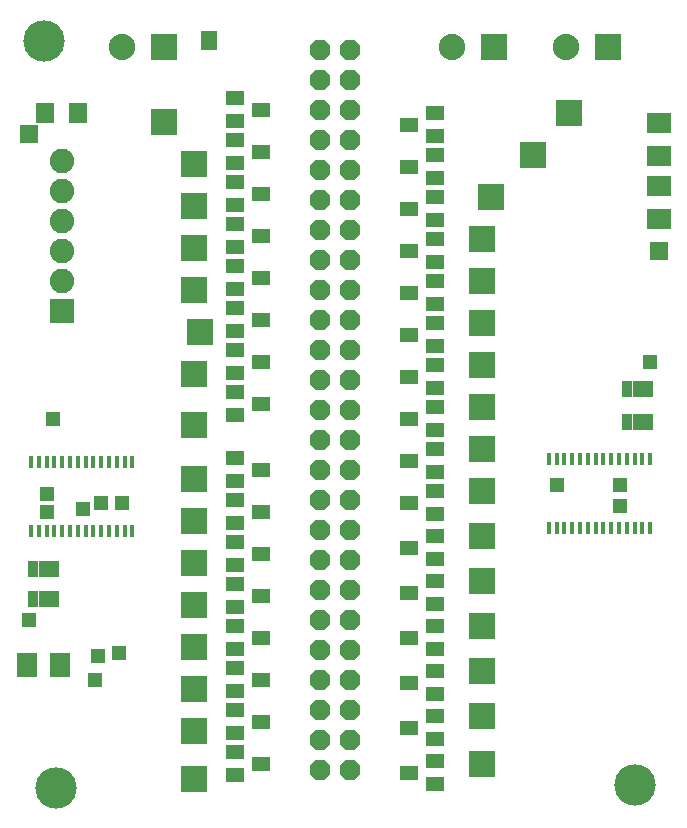
<source format=gts>
G75*
%MOIN*%
%OFA0B0*%
%FSLAX24Y24*%
%IPPOS*%
%LPD*%
%AMOC8*
5,1,8,0,0,1.08239X$1,22.5*
%
%ADD10R,0.0631X0.0710*%
%ADD11R,0.0820X0.0820*%
%ADD12C,0.0820*%
%ADD13OC8,0.0680*%
%ADD14R,0.0880X0.0880*%
%ADD15C,0.0880*%
%ADD16R,0.0790X0.0710*%
%ADD17R,0.0631X0.0474*%
%ADD18R,0.0789X0.0710*%
%ADD19R,0.0710X0.0789*%
%ADD20R,0.0580X0.0330*%
%ADD21R,0.0330X0.0580*%
%ADD22C,0.1380*%
%ADD23R,0.0178X0.0395*%
%ADD24R,0.0907X0.0907*%
%ADD25R,0.0476X0.0476*%
%ADD26R,0.0611X0.0611*%
D10*
X001549Y024300D03*
X002651Y024300D03*
D11*
X002100Y017700D03*
D12*
X002100Y018700D03*
X002100Y019700D03*
X002100Y020700D03*
X002100Y021700D03*
X002100Y022700D03*
D13*
X010700Y022400D03*
X010700Y021400D03*
X010700Y020400D03*
X010700Y019400D03*
X010700Y018400D03*
X010700Y017400D03*
X010700Y016400D03*
X010700Y015400D03*
X010700Y014400D03*
X010700Y013400D03*
X010700Y012400D03*
X010700Y011400D03*
X010700Y010400D03*
X010700Y009400D03*
X010700Y008400D03*
X010700Y007400D03*
X010700Y006400D03*
X010700Y005400D03*
X010700Y004400D03*
X010700Y003400D03*
X010700Y002400D03*
X011700Y002400D03*
X011700Y003400D03*
X011700Y004400D03*
X011700Y005400D03*
X011700Y006400D03*
X011700Y007400D03*
X011700Y008400D03*
X011700Y009400D03*
X011700Y010400D03*
X011700Y011400D03*
X011700Y012400D03*
X011700Y013400D03*
X011700Y014400D03*
X011700Y015400D03*
X011700Y016400D03*
X011700Y017400D03*
X011700Y018400D03*
X011700Y019400D03*
X011700Y020400D03*
X011700Y021400D03*
X011700Y022400D03*
X011700Y023400D03*
X011700Y024400D03*
X011700Y025400D03*
X011700Y026400D03*
X010700Y026400D03*
X010700Y025400D03*
X010700Y024400D03*
X010700Y023400D03*
D14*
X005500Y026500D03*
X016500Y026500D03*
X020300Y026500D03*
D15*
X018922Y026500D03*
X015122Y026500D03*
X004122Y026500D03*
D16*
X022000Y021860D03*
X022000Y020740D03*
D17*
X014533Y020726D03*
X014533Y020074D03*
X014533Y019326D03*
X014533Y018674D03*
X014533Y017926D03*
X014533Y017274D03*
X014533Y016526D03*
X014533Y015874D03*
X014533Y015126D03*
X014533Y014474D03*
X014533Y013726D03*
X014533Y013074D03*
X014533Y012326D03*
X014533Y011674D03*
X014533Y010926D03*
X014533Y010174D03*
X014533Y009426D03*
X014533Y008674D03*
X014533Y007926D03*
X014533Y007174D03*
X014533Y006426D03*
X014533Y005674D03*
X014533Y004926D03*
X014533Y004174D03*
X014533Y003426D03*
X014533Y002674D03*
X014533Y001926D03*
X013667Y002300D03*
X013667Y003800D03*
X013667Y005300D03*
X013667Y006800D03*
X013667Y008300D03*
X013667Y009800D03*
X013667Y011300D03*
X013667Y012700D03*
X013667Y014100D03*
X013667Y015500D03*
X013667Y016900D03*
X013667Y018300D03*
X013667Y019700D03*
X013667Y021100D03*
X014533Y021474D03*
X014533Y022126D03*
X014533Y022874D03*
X014533Y023526D03*
X014533Y024274D03*
X013667Y023900D03*
X013667Y022500D03*
X008733Y023000D03*
X007867Y022626D03*
X007867Y021974D03*
X007867Y021226D03*
X007867Y020574D03*
X007867Y019826D03*
X007867Y019174D03*
X007867Y018426D03*
X007867Y017774D03*
X007867Y017026D03*
X007867Y016374D03*
X007867Y015626D03*
X007867Y014974D03*
X007867Y014226D03*
X008733Y014600D03*
X008733Y016000D03*
X008733Y017400D03*
X008733Y018800D03*
X008733Y020200D03*
X008733Y021600D03*
X007867Y023374D03*
X007867Y024026D03*
X007867Y024774D03*
X008733Y024400D03*
X007867Y012774D03*
X007867Y012026D03*
X007867Y011374D03*
X007867Y010626D03*
X007867Y009974D03*
X007867Y009226D03*
X007867Y008574D03*
X007867Y007826D03*
X007867Y007174D03*
X007867Y006426D03*
X007867Y005774D03*
X007867Y005026D03*
X007867Y004374D03*
X007867Y003626D03*
X007867Y002974D03*
X007867Y002226D03*
X008733Y002600D03*
X008733Y004000D03*
X008733Y005400D03*
X008733Y006800D03*
X008733Y008200D03*
X008733Y009600D03*
X008733Y011000D03*
X008733Y012400D03*
D18*
X022000Y022849D03*
X022000Y023951D03*
D19*
X002051Y005900D03*
X000949Y005900D03*
D20*
X007000Y026538D03*
X007000Y026862D03*
D21*
X020950Y015100D03*
X021300Y015100D03*
X021650Y015100D03*
X021650Y014000D03*
X021300Y014000D03*
X020950Y014000D03*
X001850Y009100D03*
X001500Y009100D03*
X001150Y009100D03*
X001150Y008100D03*
X001500Y008100D03*
X001850Y008100D03*
D22*
X001900Y001800D03*
X021200Y001900D03*
X001500Y026700D03*
D23*
X001600Y012650D03*
X001340Y012650D03*
X001080Y012650D03*
X001860Y012650D03*
X002120Y012650D03*
X002380Y012650D03*
X002640Y012650D03*
X002900Y012652D03*
X003160Y012650D03*
X003420Y012650D03*
X003680Y012650D03*
X003940Y012650D03*
X004200Y012650D03*
X004460Y012650D03*
X004460Y010350D03*
X004200Y010350D03*
X003940Y010350D03*
X003680Y010350D03*
X003420Y010350D03*
X003160Y010350D03*
X002900Y010348D03*
X002640Y010350D03*
X002380Y010350D03*
X002120Y010350D03*
X001860Y010350D03*
X001600Y010350D03*
X001340Y010350D03*
X001080Y010350D03*
X018340Y010450D03*
X018600Y010450D03*
X018860Y010450D03*
X019120Y010450D03*
X019380Y010450D03*
X019640Y010450D03*
X019900Y010448D03*
X020160Y010450D03*
X020420Y010450D03*
X020680Y010450D03*
X020940Y010450D03*
X021200Y010450D03*
X021460Y010450D03*
X021720Y010450D03*
X021720Y012750D03*
X021460Y012750D03*
X021200Y012750D03*
X020940Y012750D03*
X020680Y012750D03*
X020420Y012750D03*
X020160Y012750D03*
X019900Y012752D03*
X019640Y012750D03*
X019380Y012750D03*
X019120Y012750D03*
X018860Y012750D03*
X018600Y012750D03*
X018340Y012750D03*
D24*
X016100Y013100D03*
X016100Y011700D03*
X016100Y010200D03*
X016100Y008700D03*
X016100Y007200D03*
X016100Y005700D03*
X016100Y004200D03*
X016100Y002600D03*
X016100Y014500D03*
X016100Y015900D03*
X016100Y017300D03*
X016100Y018700D03*
X016100Y020100D03*
X016400Y021500D03*
X017800Y022900D03*
X019000Y024300D03*
X006700Y017000D03*
X006500Y015600D03*
X006500Y013900D03*
X006500Y012100D03*
X006500Y010700D03*
X006500Y009300D03*
X006500Y007900D03*
X006500Y006500D03*
X006500Y005100D03*
X006500Y003700D03*
X006500Y002100D03*
X006500Y018400D03*
X006500Y019800D03*
X006500Y021200D03*
X006500Y022600D03*
X005500Y024000D03*
D25*
X001800Y014100D03*
X001600Y011600D03*
X001600Y011000D03*
X002800Y011100D03*
X003400Y011300D03*
X004100Y011300D03*
X001000Y007400D03*
X003200Y005400D03*
X003300Y006200D03*
X004000Y006300D03*
X018600Y011900D03*
X020700Y011900D03*
X020700Y011200D03*
X021700Y016000D03*
D26*
X022000Y019700D03*
X001000Y023600D03*
M02*

</source>
